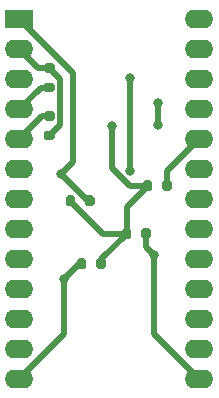
<source format=gbl>
G04 #@! TF.GenerationSoftware,KiCad,Pcbnew,5.1.12-84ad8e8a86~92~ubuntu20.04.1*
G04 #@! TF.CreationDate,2022-05-29T14:18:07-04:00*
G04 #@! TF.ProjectId,fluke9010-protection,666c756b-6539-4303-9130-2d70726f7465,rev?*
G04 #@! TF.SameCoordinates,Original*
G04 #@! TF.FileFunction,Copper,L2,Bot*
G04 #@! TF.FilePolarity,Positive*
%FSLAX46Y46*%
G04 Gerber Fmt 4.6, Leading zero omitted, Abs format (unit mm)*
G04 Created by KiCad (PCBNEW 5.1.12-84ad8e8a86~92~ubuntu20.04.1) date 2022-05-29 14:18:07*
%MOMM*%
%LPD*%
G01*
G04 APERTURE LIST*
G04 #@! TA.AperFunction,ComponentPad*
%ADD10R,2.400000X1.600000*%
G04 #@! TD*
G04 #@! TA.AperFunction,ComponentPad*
%ADD11O,2.400000X1.600000*%
G04 #@! TD*
G04 #@! TA.AperFunction,ViaPad*
%ADD12C,0.800000*%
G04 #@! TD*
G04 #@! TA.AperFunction,Conductor*
%ADD13C,0.500000*%
G04 #@! TD*
G04 APERTURE END LIST*
G04 #@! TA.AperFunction,SMDPad,CuDef*
G36*
G01*
X133179000Y-85831000D02*
X133179000Y-86381000D01*
G75*
G02*
X132979000Y-86581000I-200000J0D01*
G01*
X132579000Y-86581000D01*
G75*
G02*
X132379000Y-86381000I0J200000D01*
G01*
X132379000Y-85831000D01*
G75*
G02*
X132579000Y-85631000I200000J0D01*
G01*
X132979000Y-85631000D01*
G75*
G02*
X133179000Y-85831000I0J-200000D01*
G01*
G37*
G04 #@! TD.AperFunction*
G04 #@! TA.AperFunction,SMDPad,CuDef*
G36*
G01*
X134829000Y-85831000D02*
X134829000Y-86381000D01*
G75*
G02*
X134629000Y-86581000I-200000J0D01*
G01*
X134229000Y-86581000D01*
G75*
G02*
X134029000Y-86381000I0J200000D01*
G01*
X134029000Y-85831000D01*
G75*
G02*
X134229000Y-85631000I200000J0D01*
G01*
X134629000Y-85631000D01*
G75*
G02*
X134829000Y-85831000I0J-200000D01*
G01*
G37*
G04 #@! TD.AperFunction*
G04 #@! TA.AperFunction,SMDPad,CuDef*
G36*
G01*
X139617000Y-79777000D02*
X139617000Y-79227000D01*
G75*
G02*
X139817000Y-79027000I200000J0D01*
G01*
X140217000Y-79027000D01*
G75*
G02*
X140417000Y-79227000I0J-200000D01*
G01*
X140417000Y-79777000D01*
G75*
G02*
X140217000Y-79977000I-200000J0D01*
G01*
X139817000Y-79977000D01*
G75*
G02*
X139617000Y-79777000I0J200000D01*
G01*
G37*
G04 #@! TD.AperFunction*
G04 #@! TA.AperFunction,SMDPad,CuDef*
G36*
G01*
X137967000Y-79777000D02*
X137967000Y-79227000D01*
G75*
G02*
X138167000Y-79027000I200000J0D01*
G01*
X138567000Y-79027000D01*
G75*
G02*
X138767000Y-79227000I0J-200000D01*
G01*
X138767000Y-79777000D01*
G75*
G02*
X138567000Y-79977000I-200000J0D01*
G01*
X138167000Y-79977000D01*
G75*
G02*
X137967000Y-79777000I0J200000D01*
G01*
G37*
G04 #@! TD.AperFunction*
G04 #@! TA.AperFunction,SMDPad,CuDef*
G36*
G01*
X133076000Y-81047000D02*
X133076000Y-80497000D01*
G75*
G02*
X133276000Y-80297000I200000J0D01*
G01*
X133676000Y-80297000D01*
G75*
G02*
X133876000Y-80497000I0J-200000D01*
G01*
X133876000Y-81047000D01*
G75*
G02*
X133676000Y-81247000I-200000J0D01*
G01*
X133276000Y-81247000D01*
G75*
G02*
X133076000Y-81047000I0J200000D01*
G01*
G37*
G04 #@! TD.AperFunction*
G04 #@! TA.AperFunction,SMDPad,CuDef*
G36*
G01*
X131426000Y-81047000D02*
X131426000Y-80497000D01*
G75*
G02*
X131626000Y-80297000I200000J0D01*
G01*
X132026000Y-80297000D01*
G75*
G02*
X132226000Y-80497000I0J-200000D01*
G01*
X132226000Y-81047000D01*
G75*
G02*
X132026000Y-81247000I-200000J0D01*
G01*
X131626000Y-81247000D01*
G75*
G02*
X131426000Y-81047000I0J200000D01*
G01*
G37*
G04 #@! TD.AperFunction*
G04 #@! TA.AperFunction,SMDPad,CuDef*
G36*
G01*
X130323000Y-69933000D02*
X129773000Y-69933000D01*
G75*
G02*
X129573000Y-69733000I0J200000D01*
G01*
X129573000Y-69333000D01*
G75*
G02*
X129773000Y-69133000I200000J0D01*
G01*
X130323000Y-69133000D01*
G75*
G02*
X130523000Y-69333000I0J-200000D01*
G01*
X130523000Y-69733000D01*
G75*
G02*
X130323000Y-69933000I-200000J0D01*
G01*
G37*
G04 #@! TD.AperFunction*
G04 #@! TA.AperFunction,SMDPad,CuDef*
G36*
G01*
X130323000Y-71583000D02*
X129773000Y-71583000D01*
G75*
G02*
X129573000Y-71383000I0J200000D01*
G01*
X129573000Y-70983000D01*
G75*
G02*
X129773000Y-70783000I200000J0D01*
G01*
X130323000Y-70783000D01*
G75*
G02*
X130523000Y-70983000I0J-200000D01*
G01*
X130523000Y-71383000D01*
G75*
G02*
X130323000Y-71583000I-200000J0D01*
G01*
G37*
G04 #@! TD.AperFunction*
G04 #@! TA.AperFunction,SMDPad,CuDef*
G36*
G01*
X137839000Y-83841000D02*
X137839000Y-83291000D01*
G75*
G02*
X138039000Y-83091000I200000J0D01*
G01*
X138439000Y-83091000D01*
G75*
G02*
X138639000Y-83291000I0J-200000D01*
G01*
X138639000Y-83841000D01*
G75*
G02*
X138439000Y-84041000I-200000J0D01*
G01*
X138039000Y-84041000D01*
G75*
G02*
X137839000Y-83841000I0J200000D01*
G01*
G37*
G04 #@! TD.AperFunction*
G04 #@! TA.AperFunction,SMDPad,CuDef*
G36*
G01*
X136189000Y-83841000D02*
X136189000Y-83291000D01*
G75*
G02*
X136389000Y-83091000I200000J0D01*
G01*
X136789000Y-83091000D01*
G75*
G02*
X136989000Y-83291000I0J-200000D01*
G01*
X136989000Y-83841000D01*
G75*
G02*
X136789000Y-84041000I-200000J0D01*
G01*
X136389000Y-84041000D01*
G75*
G02*
X136189000Y-83841000I0J200000D01*
G01*
G37*
G04 #@! TD.AperFunction*
G04 #@! TA.AperFunction,SMDPad,CuDef*
G36*
G01*
X129773000Y-74847000D02*
X130323000Y-74847000D01*
G75*
G02*
X130523000Y-75047000I0J-200000D01*
G01*
X130523000Y-75447000D01*
G75*
G02*
X130323000Y-75647000I-200000J0D01*
G01*
X129773000Y-75647000D01*
G75*
G02*
X129573000Y-75447000I0J200000D01*
G01*
X129573000Y-75047000D01*
G75*
G02*
X129773000Y-74847000I200000J0D01*
G01*
G37*
G04 #@! TD.AperFunction*
G04 #@! TA.AperFunction,SMDPad,CuDef*
G36*
G01*
X129773000Y-73197000D02*
X130323000Y-73197000D01*
G75*
G02*
X130523000Y-73397000I0J-200000D01*
G01*
X130523000Y-73797000D01*
G75*
G02*
X130323000Y-73997000I-200000J0D01*
G01*
X129773000Y-73997000D01*
G75*
G02*
X129573000Y-73797000I0J200000D01*
G01*
X129573000Y-73397000D01*
G75*
G02*
X129773000Y-73197000I200000J0D01*
G01*
G37*
G04 #@! TD.AperFunction*
D10*
X127516000Y-65382000D03*
D11*
X127516000Y-67922000D03*
X142756000Y-95862000D03*
X127516000Y-70462000D03*
X142756000Y-93322000D03*
X127516000Y-73002000D03*
X142756000Y-90782000D03*
X127516000Y-75542000D03*
X142756000Y-88242000D03*
X127516000Y-78082000D03*
X142756000Y-85702000D03*
X127516000Y-80622000D03*
X142756000Y-83162000D03*
X127516000Y-83162000D03*
X142756000Y-80622000D03*
X127516000Y-85702000D03*
X142756000Y-78082000D03*
X127516000Y-88242000D03*
X142756000Y-75542000D03*
X127516000Y-90782000D03*
X142756000Y-73002000D03*
X127516000Y-93322000D03*
X142756000Y-70462000D03*
X127516000Y-95862000D03*
X142756000Y-67922000D03*
X142756000Y-65382000D03*
D12*
X135382000Y-74422000D03*
X136906000Y-78232000D03*
X136906000Y-70358000D03*
X131056069Y-78487471D03*
X138938000Y-85344000D03*
X139262542Y-74369460D03*
X139262542Y-72460542D03*
X131318000Y-87376000D03*
D13*
X136917998Y-79502000D02*
X138367000Y-79502000D01*
X135382000Y-77966002D02*
X136917998Y-79502000D01*
X135382000Y-74422000D02*
X135382000Y-77966002D01*
X136589000Y-81280000D02*
X138367000Y-79502000D01*
X136589000Y-83566000D02*
X136589000Y-81280000D01*
X134620000Y-83566000D02*
X136589000Y-83566000D01*
X131826000Y-80772000D02*
X134620000Y-83566000D01*
X134429000Y-85726000D02*
X136589000Y-83566000D01*
X134429000Y-86106000D02*
X134429000Y-85726000D01*
X129335000Y-71183000D02*
X127516000Y-73002000D01*
X130048000Y-71183000D02*
X129335000Y-71183000D01*
X129461000Y-73597000D02*
X127516000Y-75542000D01*
X130048000Y-73597000D02*
X129461000Y-73597000D01*
X136906000Y-78232000D02*
X136906000Y-70358000D01*
X133340598Y-80772000D02*
X131056069Y-78487471D01*
X133476000Y-80772000D02*
X133340598Y-80772000D01*
X132080000Y-69946000D02*
X127516000Y-65382000D01*
X132080000Y-77463540D02*
X132080000Y-69946000D01*
X131056069Y-78487471D02*
X132080000Y-77463540D01*
X129127000Y-69533000D02*
X127516000Y-67922000D01*
X130048000Y-69533000D02*
X129127000Y-69533000D01*
X130973010Y-70458010D02*
X130048000Y-69533000D01*
X130973010Y-74321990D02*
X130973010Y-70458010D01*
X130048000Y-75247000D02*
X130973010Y-74321990D01*
X138938000Y-92044000D02*
X142756000Y-95862000D01*
X138938000Y-85344000D02*
X138938000Y-92044000D01*
X138239000Y-84645000D02*
X138938000Y-85344000D01*
X138239000Y-83566000D02*
X138239000Y-84645000D01*
X139262542Y-74369460D02*
X139262542Y-72460542D01*
X140017000Y-78281000D02*
X142756000Y-75542000D01*
X140017000Y-79502000D02*
X140017000Y-78281000D01*
X131318000Y-92060000D02*
X127516000Y-95862000D01*
X131318000Y-87376000D02*
X131318000Y-92060000D01*
X132588000Y-86106000D02*
X131318000Y-87376000D01*
X132779000Y-86106000D02*
X132588000Y-86106000D01*
M02*

</source>
